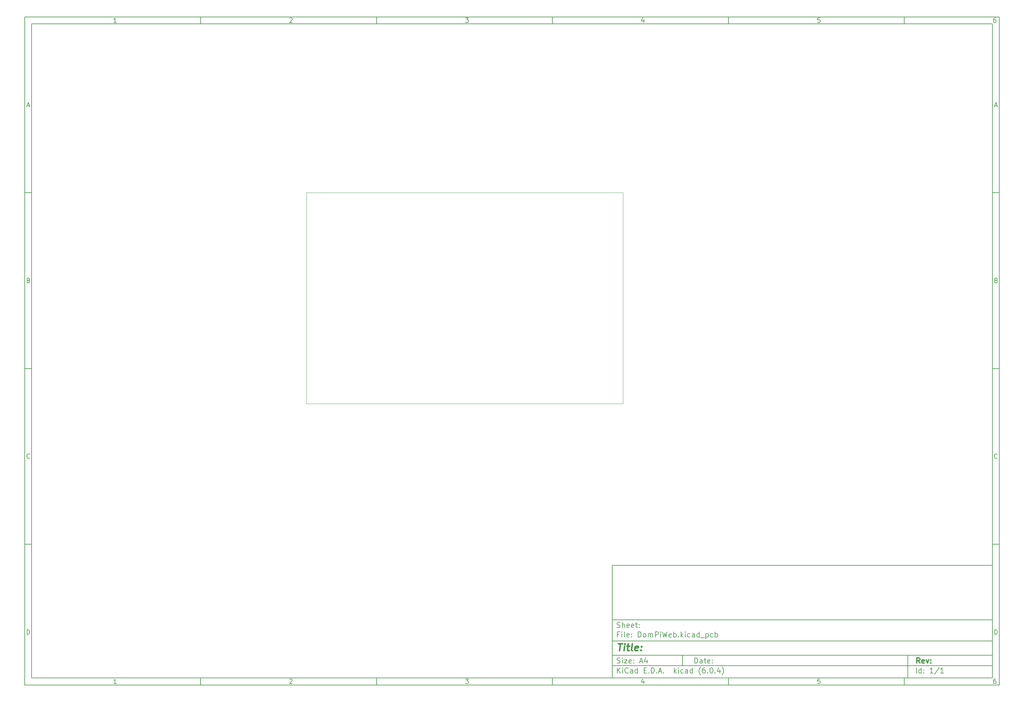
<source format=gbr>
G04 #@! TF.GenerationSoftware,KiCad,Pcbnew,(6.0.4)*
G04 #@! TF.CreationDate,2023-03-24T12:02:35-03:00*
G04 #@! TF.ProjectId,DomPiWeb,446f6d50-6957-4656-922e-6b696361645f,rev?*
G04 #@! TF.SameCoordinates,Original*
G04 #@! TF.FileFunction,Profile,NP*
%FSLAX46Y46*%
G04 Gerber Fmt 4.6, Leading zero omitted, Abs format (unit mm)*
G04 Created by KiCad (PCBNEW (6.0.4)) date 2023-03-24 12:02:35*
%MOMM*%
%LPD*%
G01*
G04 APERTURE LIST*
%ADD10C,0.100000*%
%ADD11C,0.150000*%
%ADD12C,0.300000*%
%ADD13C,0.400000*%
G04 #@! TA.AperFunction,Profile*
%ADD14C,0.100000*%
G04 #@! TD*
G04 APERTURE END LIST*
D10*
D11*
X177002200Y-166007200D02*
X177002200Y-198007200D01*
X285002200Y-198007200D01*
X285002200Y-166007200D01*
X177002200Y-166007200D01*
D10*
D11*
X10000000Y-10000000D02*
X10000000Y-200007200D01*
X287002200Y-200007200D01*
X287002200Y-10000000D01*
X10000000Y-10000000D01*
D10*
D11*
X12000000Y-12000000D02*
X12000000Y-198007200D01*
X285002200Y-198007200D01*
X285002200Y-12000000D01*
X12000000Y-12000000D01*
D10*
D11*
X60000000Y-12000000D02*
X60000000Y-10000000D01*
D10*
D11*
X110000000Y-12000000D02*
X110000000Y-10000000D01*
D10*
D11*
X160000000Y-12000000D02*
X160000000Y-10000000D01*
D10*
D11*
X210000000Y-12000000D02*
X210000000Y-10000000D01*
D10*
D11*
X260000000Y-12000000D02*
X260000000Y-10000000D01*
D10*
D11*
X36065476Y-11588095D02*
X35322619Y-11588095D01*
X35694047Y-11588095D02*
X35694047Y-10288095D01*
X35570238Y-10473809D01*
X35446428Y-10597619D01*
X35322619Y-10659523D01*
D10*
D11*
X85322619Y-10411904D02*
X85384523Y-10350000D01*
X85508333Y-10288095D01*
X85817857Y-10288095D01*
X85941666Y-10350000D01*
X86003571Y-10411904D01*
X86065476Y-10535714D01*
X86065476Y-10659523D01*
X86003571Y-10845238D01*
X85260714Y-11588095D01*
X86065476Y-11588095D01*
D10*
D11*
X135260714Y-10288095D02*
X136065476Y-10288095D01*
X135632142Y-10783333D01*
X135817857Y-10783333D01*
X135941666Y-10845238D01*
X136003571Y-10907142D01*
X136065476Y-11030952D01*
X136065476Y-11340476D01*
X136003571Y-11464285D01*
X135941666Y-11526190D01*
X135817857Y-11588095D01*
X135446428Y-11588095D01*
X135322619Y-11526190D01*
X135260714Y-11464285D01*
D10*
D11*
X185941666Y-10721428D02*
X185941666Y-11588095D01*
X185632142Y-10226190D02*
X185322619Y-11154761D01*
X186127380Y-11154761D01*
D10*
D11*
X236003571Y-10288095D02*
X235384523Y-10288095D01*
X235322619Y-10907142D01*
X235384523Y-10845238D01*
X235508333Y-10783333D01*
X235817857Y-10783333D01*
X235941666Y-10845238D01*
X236003571Y-10907142D01*
X236065476Y-11030952D01*
X236065476Y-11340476D01*
X236003571Y-11464285D01*
X235941666Y-11526190D01*
X235817857Y-11588095D01*
X235508333Y-11588095D01*
X235384523Y-11526190D01*
X235322619Y-11464285D01*
D10*
D11*
X285941666Y-10288095D02*
X285694047Y-10288095D01*
X285570238Y-10350000D01*
X285508333Y-10411904D01*
X285384523Y-10597619D01*
X285322619Y-10845238D01*
X285322619Y-11340476D01*
X285384523Y-11464285D01*
X285446428Y-11526190D01*
X285570238Y-11588095D01*
X285817857Y-11588095D01*
X285941666Y-11526190D01*
X286003571Y-11464285D01*
X286065476Y-11340476D01*
X286065476Y-11030952D01*
X286003571Y-10907142D01*
X285941666Y-10845238D01*
X285817857Y-10783333D01*
X285570238Y-10783333D01*
X285446428Y-10845238D01*
X285384523Y-10907142D01*
X285322619Y-11030952D01*
D10*
D11*
X60000000Y-198007200D02*
X60000000Y-200007200D01*
D10*
D11*
X110000000Y-198007200D02*
X110000000Y-200007200D01*
D10*
D11*
X160000000Y-198007200D02*
X160000000Y-200007200D01*
D10*
D11*
X210000000Y-198007200D02*
X210000000Y-200007200D01*
D10*
D11*
X260000000Y-198007200D02*
X260000000Y-200007200D01*
D10*
D11*
X36065476Y-199595295D02*
X35322619Y-199595295D01*
X35694047Y-199595295D02*
X35694047Y-198295295D01*
X35570238Y-198481009D01*
X35446428Y-198604819D01*
X35322619Y-198666723D01*
D10*
D11*
X85322619Y-198419104D02*
X85384523Y-198357200D01*
X85508333Y-198295295D01*
X85817857Y-198295295D01*
X85941666Y-198357200D01*
X86003571Y-198419104D01*
X86065476Y-198542914D01*
X86065476Y-198666723D01*
X86003571Y-198852438D01*
X85260714Y-199595295D01*
X86065476Y-199595295D01*
D10*
D11*
X135260714Y-198295295D02*
X136065476Y-198295295D01*
X135632142Y-198790533D01*
X135817857Y-198790533D01*
X135941666Y-198852438D01*
X136003571Y-198914342D01*
X136065476Y-199038152D01*
X136065476Y-199347676D01*
X136003571Y-199471485D01*
X135941666Y-199533390D01*
X135817857Y-199595295D01*
X135446428Y-199595295D01*
X135322619Y-199533390D01*
X135260714Y-199471485D01*
D10*
D11*
X185941666Y-198728628D02*
X185941666Y-199595295D01*
X185632142Y-198233390D02*
X185322619Y-199161961D01*
X186127380Y-199161961D01*
D10*
D11*
X236003571Y-198295295D02*
X235384523Y-198295295D01*
X235322619Y-198914342D01*
X235384523Y-198852438D01*
X235508333Y-198790533D01*
X235817857Y-198790533D01*
X235941666Y-198852438D01*
X236003571Y-198914342D01*
X236065476Y-199038152D01*
X236065476Y-199347676D01*
X236003571Y-199471485D01*
X235941666Y-199533390D01*
X235817857Y-199595295D01*
X235508333Y-199595295D01*
X235384523Y-199533390D01*
X235322619Y-199471485D01*
D10*
D11*
X285941666Y-198295295D02*
X285694047Y-198295295D01*
X285570238Y-198357200D01*
X285508333Y-198419104D01*
X285384523Y-198604819D01*
X285322619Y-198852438D01*
X285322619Y-199347676D01*
X285384523Y-199471485D01*
X285446428Y-199533390D01*
X285570238Y-199595295D01*
X285817857Y-199595295D01*
X285941666Y-199533390D01*
X286003571Y-199471485D01*
X286065476Y-199347676D01*
X286065476Y-199038152D01*
X286003571Y-198914342D01*
X285941666Y-198852438D01*
X285817857Y-198790533D01*
X285570238Y-198790533D01*
X285446428Y-198852438D01*
X285384523Y-198914342D01*
X285322619Y-199038152D01*
D10*
D11*
X10000000Y-60000000D02*
X12000000Y-60000000D01*
D10*
D11*
X10000000Y-110000000D02*
X12000000Y-110000000D01*
D10*
D11*
X10000000Y-160000000D02*
X12000000Y-160000000D01*
D10*
D11*
X10690476Y-35216666D02*
X11309523Y-35216666D01*
X10566666Y-35588095D02*
X11000000Y-34288095D01*
X11433333Y-35588095D01*
D10*
D11*
X11092857Y-84907142D02*
X11278571Y-84969047D01*
X11340476Y-85030952D01*
X11402380Y-85154761D01*
X11402380Y-85340476D01*
X11340476Y-85464285D01*
X11278571Y-85526190D01*
X11154761Y-85588095D01*
X10659523Y-85588095D01*
X10659523Y-84288095D01*
X11092857Y-84288095D01*
X11216666Y-84350000D01*
X11278571Y-84411904D01*
X11340476Y-84535714D01*
X11340476Y-84659523D01*
X11278571Y-84783333D01*
X11216666Y-84845238D01*
X11092857Y-84907142D01*
X10659523Y-84907142D01*
D10*
D11*
X11402380Y-135464285D02*
X11340476Y-135526190D01*
X11154761Y-135588095D01*
X11030952Y-135588095D01*
X10845238Y-135526190D01*
X10721428Y-135402380D01*
X10659523Y-135278571D01*
X10597619Y-135030952D01*
X10597619Y-134845238D01*
X10659523Y-134597619D01*
X10721428Y-134473809D01*
X10845238Y-134350000D01*
X11030952Y-134288095D01*
X11154761Y-134288095D01*
X11340476Y-134350000D01*
X11402380Y-134411904D01*
D10*
D11*
X10659523Y-185588095D02*
X10659523Y-184288095D01*
X10969047Y-184288095D01*
X11154761Y-184350000D01*
X11278571Y-184473809D01*
X11340476Y-184597619D01*
X11402380Y-184845238D01*
X11402380Y-185030952D01*
X11340476Y-185278571D01*
X11278571Y-185402380D01*
X11154761Y-185526190D01*
X10969047Y-185588095D01*
X10659523Y-185588095D01*
D10*
D11*
X287002200Y-60000000D02*
X285002200Y-60000000D01*
D10*
D11*
X287002200Y-110000000D02*
X285002200Y-110000000D01*
D10*
D11*
X287002200Y-160000000D02*
X285002200Y-160000000D01*
D10*
D11*
X285692676Y-35216666D02*
X286311723Y-35216666D01*
X285568866Y-35588095D02*
X286002200Y-34288095D01*
X286435533Y-35588095D01*
D10*
D11*
X286095057Y-84907142D02*
X286280771Y-84969047D01*
X286342676Y-85030952D01*
X286404580Y-85154761D01*
X286404580Y-85340476D01*
X286342676Y-85464285D01*
X286280771Y-85526190D01*
X286156961Y-85588095D01*
X285661723Y-85588095D01*
X285661723Y-84288095D01*
X286095057Y-84288095D01*
X286218866Y-84350000D01*
X286280771Y-84411904D01*
X286342676Y-84535714D01*
X286342676Y-84659523D01*
X286280771Y-84783333D01*
X286218866Y-84845238D01*
X286095057Y-84907142D01*
X285661723Y-84907142D01*
D10*
D11*
X286404580Y-135464285D02*
X286342676Y-135526190D01*
X286156961Y-135588095D01*
X286033152Y-135588095D01*
X285847438Y-135526190D01*
X285723628Y-135402380D01*
X285661723Y-135278571D01*
X285599819Y-135030952D01*
X285599819Y-134845238D01*
X285661723Y-134597619D01*
X285723628Y-134473809D01*
X285847438Y-134350000D01*
X286033152Y-134288095D01*
X286156961Y-134288095D01*
X286342676Y-134350000D01*
X286404580Y-134411904D01*
D10*
D11*
X285661723Y-185588095D02*
X285661723Y-184288095D01*
X285971247Y-184288095D01*
X286156961Y-184350000D01*
X286280771Y-184473809D01*
X286342676Y-184597619D01*
X286404580Y-184845238D01*
X286404580Y-185030952D01*
X286342676Y-185278571D01*
X286280771Y-185402380D01*
X286156961Y-185526190D01*
X285971247Y-185588095D01*
X285661723Y-185588095D01*
D10*
D11*
X200434342Y-193785771D02*
X200434342Y-192285771D01*
X200791485Y-192285771D01*
X201005771Y-192357200D01*
X201148628Y-192500057D01*
X201220057Y-192642914D01*
X201291485Y-192928628D01*
X201291485Y-193142914D01*
X201220057Y-193428628D01*
X201148628Y-193571485D01*
X201005771Y-193714342D01*
X200791485Y-193785771D01*
X200434342Y-193785771D01*
X202577200Y-193785771D02*
X202577200Y-193000057D01*
X202505771Y-192857200D01*
X202362914Y-192785771D01*
X202077200Y-192785771D01*
X201934342Y-192857200D01*
X202577200Y-193714342D02*
X202434342Y-193785771D01*
X202077200Y-193785771D01*
X201934342Y-193714342D01*
X201862914Y-193571485D01*
X201862914Y-193428628D01*
X201934342Y-193285771D01*
X202077200Y-193214342D01*
X202434342Y-193214342D01*
X202577200Y-193142914D01*
X203077200Y-192785771D02*
X203648628Y-192785771D01*
X203291485Y-192285771D02*
X203291485Y-193571485D01*
X203362914Y-193714342D01*
X203505771Y-193785771D01*
X203648628Y-193785771D01*
X204720057Y-193714342D02*
X204577200Y-193785771D01*
X204291485Y-193785771D01*
X204148628Y-193714342D01*
X204077200Y-193571485D01*
X204077200Y-193000057D01*
X204148628Y-192857200D01*
X204291485Y-192785771D01*
X204577200Y-192785771D01*
X204720057Y-192857200D01*
X204791485Y-193000057D01*
X204791485Y-193142914D01*
X204077200Y-193285771D01*
X205434342Y-193642914D02*
X205505771Y-193714342D01*
X205434342Y-193785771D01*
X205362914Y-193714342D01*
X205434342Y-193642914D01*
X205434342Y-193785771D01*
X205434342Y-192857200D02*
X205505771Y-192928628D01*
X205434342Y-193000057D01*
X205362914Y-192928628D01*
X205434342Y-192857200D01*
X205434342Y-193000057D01*
D10*
D11*
X177002200Y-194507200D02*
X285002200Y-194507200D01*
D10*
D11*
X178434342Y-196585771D02*
X178434342Y-195085771D01*
X179291485Y-196585771D02*
X178648628Y-195728628D01*
X179291485Y-195085771D02*
X178434342Y-195942914D01*
X179934342Y-196585771D02*
X179934342Y-195585771D01*
X179934342Y-195085771D02*
X179862914Y-195157200D01*
X179934342Y-195228628D01*
X180005771Y-195157200D01*
X179934342Y-195085771D01*
X179934342Y-195228628D01*
X181505771Y-196442914D02*
X181434342Y-196514342D01*
X181220057Y-196585771D01*
X181077200Y-196585771D01*
X180862914Y-196514342D01*
X180720057Y-196371485D01*
X180648628Y-196228628D01*
X180577200Y-195942914D01*
X180577200Y-195728628D01*
X180648628Y-195442914D01*
X180720057Y-195300057D01*
X180862914Y-195157200D01*
X181077200Y-195085771D01*
X181220057Y-195085771D01*
X181434342Y-195157200D01*
X181505771Y-195228628D01*
X182791485Y-196585771D02*
X182791485Y-195800057D01*
X182720057Y-195657200D01*
X182577200Y-195585771D01*
X182291485Y-195585771D01*
X182148628Y-195657200D01*
X182791485Y-196514342D02*
X182648628Y-196585771D01*
X182291485Y-196585771D01*
X182148628Y-196514342D01*
X182077200Y-196371485D01*
X182077200Y-196228628D01*
X182148628Y-196085771D01*
X182291485Y-196014342D01*
X182648628Y-196014342D01*
X182791485Y-195942914D01*
X184148628Y-196585771D02*
X184148628Y-195085771D01*
X184148628Y-196514342D02*
X184005771Y-196585771D01*
X183720057Y-196585771D01*
X183577200Y-196514342D01*
X183505771Y-196442914D01*
X183434342Y-196300057D01*
X183434342Y-195871485D01*
X183505771Y-195728628D01*
X183577200Y-195657200D01*
X183720057Y-195585771D01*
X184005771Y-195585771D01*
X184148628Y-195657200D01*
X186005771Y-195800057D02*
X186505771Y-195800057D01*
X186720057Y-196585771D02*
X186005771Y-196585771D01*
X186005771Y-195085771D01*
X186720057Y-195085771D01*
X187362914Y-196442914D02*
X187434342Y-196514342D01*
X187362914Y-196585771D01*
X187291485Y-196514342D01*
X187362914Y-196442914D01*
X187362914Y-196585771D01*
X188077200Y-196585771D02*
X188077200Y-195085771D01*
X188434342Y-195085771D01*
X188648628Y-195157200D01*
X188791485Y-195300057D01*
X188862914Y-195442914D01*
X188934342Y-195728628D01*
X188934342Y-195942914D01*
X188862914Y-196228628D01*
X188791485Y-196371485D01*
X188648628Y-196514342D01*
X188434342Y-196585771D01*
X188077200Y-196585771D01*
X189577200Y-196442914D02*
X189648628Y-196514342D01*
X189577200Y-196585771D01*
X189505771Y-196514342D01*
X189577200Y-196442914D01*
X189577200Y-196585771D01*
X190220057Y-196157200D02*
X190934342Y-196157200D01*
X190077200Y-196585771D02*
X190577200Y-195085771D01*
X191077200Y-196585771D01*
X191577200Y-196442914D02*
X191648628Y-196514342D01*
X191577200Y-196585771D01*
X191505771Y-196514342D01*
X191577200Y-196442914D01*
X191577200Y-196585771D01*
X194577200Y-196585771D02*
X194577200Y-195085771D01*
X194720057Y-196014342D02*
X195148628Y-196585771D01*
X195148628Y-195585771D02*
X194577200Y-196157200D01*
X195791485Y-196585771D02*
X195791485Y-195585771D01*
X195791485Y-195085771D02*
X195720057Y-195157200D01*
X195791485Y-195228628D01*
X195862914Y-195157200D01*
X195791485Y-195085771D01*
X195791485Y-195228628D01*
X197148628Y-196514342D02*
X197005771Y-196585771D01*
X196720057Y-196585771D01*
X196577200Y-196514342D01*
X196505771Y-196442914D01*
X196434342Y-196300057D01*
X196434342Y-195871485D01*
X196505771Y-195728628D01*
X196577200Y-195657200D01*
X196720057Y-195585771D01*
X197005771Y-195585771D01*
X197148628Y-195657200D01*
X198434342Y-196585771D02*
X198434342Y-195800057D01*
X198362914Y-195657200D01*
X198220057Y-195585771D01*
X197934342Y-195585771D01*
X197791485Y-195657200D01*
X198434342Y-196514342D02*
X198291485Y-196585771D01*
X197934342Y-196585771D01*
X197791485Y-196514342D01*
X197720057Y-196371485D01*
X197720057Y-196228628D01*
X197791485Y-196085771D01*
X197934342Y-196014342D01*
X198291485Y-196014342D01*
X198434342Y-195942914D01*
X199791485Y-196585771D02*
X199791485Y-195085771D01*
X199791485Y-196514342D02*
X199648628Y-196585771D01*
X199362914Y-196585771D01*
X199220057Y-196514342D01*
X199148628Y-196442914D01*
X199077200Y-196300057D01*
X199077200Y-195871485D01*
X199148628Y-195728628D01*
X199220057Y-195657200D01*
X199362914Y-195585771D01*
X199648628Y-195585771D01*
X199791485Y-195657200D01*
X202077200Y-197157200D02*
X202005771Y-197085771D01*
X201862914Y-196871485D01*
X201791485Y-196728628D01*
X201720057Y-196514342D01*
X201648628Y-196157200D01*
X201648628Y-195871485D01*
X201720057Y-195514342D01*
X201791485Y-195300057D01*
X201862914Y-195157200D01*
X202005771Y-194942914D01*
X202077200Y-194871485D01*
X203291485Y-195085771D02*
X203005771Y-195085771D01*
X202862914Y-195157200D01*
X202791485Y-195228628D01*
X202648628Y-195442914D01*
X202577200Y-195728628D01*
X202577200Y-196300057D01*
X202648628Y-196442914D01*
X202720057Y-196514342D01*
X202862914Y-196585771D01*
X203148628Y-196585771D01*
X203291485Y-196514342D01*
X203362914Y-196442914D01*
X203434342Y-196300057D01*
X203434342Y-195942914D01*
X203362914Y-195800057D01*
X203291485Y-195728628D01*
X203148628Y-195657200D01*
X202862914Y-195657200D01*
X202720057Y-195728628D01*
X202648628Y-195800057D01*
X202577200Y-195942914D01*
X204077200Y-196442914D02*
X204148628Y-196514342D01*
X204077200Y-196585771D01*
X204005771Y-196514342D01*
X204077200Y-196442914D01*
X204077200Y-196585771D01*
X205077200Y-195085771D02*
X205220057Y-195085771D01*
X205362914Y-195157200D01*
X205434342Y-195228628D01*
X205505771Y-195371485D01*
X205577200Y-195657200D01*
X205577200Y-196014342D01*
X205505771Y-196300057D01*
X205434342Y-196442914D01*
X205362914Y-196514342D01*
X205220057Y-196585771D01*
X205077200Y-196585771D01*
X204934342Y-196514342D01*
X204862914Y-196442914D01*
X204791485Y-196300057D01*
X204720057Y-196014342D01*
X204720057Y-195657200D01*
X204791485Y-195371485D01*
X204862914Y-195228628D01*
X204934342Y-195157200D01*
X205077200Y-195085771D01*
X206220057Y-196442914D02*
X206291485Y-196514342D01*
X206220057Y-196585771D01*
X206148628Y-196514342D01*
X206220057Y-196442914D01*
X206220057Y-196585771D01*
X207577200Y-195585771D02*
X207577200Y-196585771D01*
X207220057Y-195014342D02*
X206862914Y-196085771D01*
X207791485Y-196085771D01*
X208220057Y-197157200D02*
X208291485Y-197085771D01*
X208434342Y-196871485D01*
X208505771Y-196728628D01*
X208577200Y-196514342D01*
X208648628Y-196157200D01*
X208648628Y-195871485D01*
X208577200Y-195514342D01*
X208505771Y-195300057D01*
X208434342Y-195157200D01*
X208291485Y-194942914D01*
X208220057Y-194871485D01*
D10*
D11*
X177002200Y-191507200D02*
X285002200Y-191507200D01*
D10*
D12*
X264411485Y-193785771D02*
X263911485Y-193071485D01*
X263554342Y-193785771D02*
X263554342Y-192285771D01*
X264125771Y-192285771D01*
X264268628Y-192357200D01*
X264340057Y-192428628D01*
X264411485Y-192571485D01*
X264411485Y-192785771D01*
X264340057Y-192928628D01*
X264268628Y-193000057D01*
X264125771Y-193071485D01*
X263554342Y-193071485D01*
X265625771Y-193714342D02*
X265482914Y-193785771D01*
X265197200Y-193785771D01*
X265054342Y-193714342D01*
X264982914Y-193571485D01*
X264982914Y-193000057D01*
X265054342Y-192857200D01*
X265197200Y-192785771D01*
X265482914Y-192785771D01*
X265625771Y-192857200D01*
X265697200Y-193000057D01*
X265697200Y-193142914D01*
X264982914Y-193285771D01*
X266197200Y-192785771D02*
X266554342Y-193785771D01*
X266911485Y-192785771D01*
X267482914Y-193642914D02*
X267554342Y-193714342D01*
X267482914Y-193785771D01*
X267411485Y-193714342D01*
X267482914Y-193642914D01*
X267482914Y-193785771D01*
X267482914Y-192857200D02*
X267554342Y-192928628D01*
X267482914Y-193000057D01*
X267411485Y-192928628D01*
X267482914Y-192857200D01*
X267482914Y-193000057D01*
D10*
D11*
X178362914Y-193714342D02*
X178577200Y-193785771D01*
X178934342Y-193785771D01*
X179077200Y-193714342D01*
X179148628Y-193642914D01*
X179220057Y-193500057D01*
X179220057Y-193357200D01*
X179148628Y-193214342D01*
X179077200Y-193142914D01*
X178934342Y-193071485D01*
X178648628Y-193000057D01*
X178505771Y-192928628D01*
X178434342Y-192857200D01*
X178362914Y-192714342D01*
X178362914Y-192571485D01*
X178434342Y-192428628D01*
X178505771Y-192357200D01*
X178648628Y-192285771D01*
X179005771Y-192285771D01*
X179220057Y-192357200D01*
X179862914Y-193785771D02*
X179862914Y-192785771D01*
X179862914Y-192285771D02*
X179791485Y-192357200D01*
X179862914Y-192428628D01*
X179934342Y-192357200D01*
X179862914Y-192285771D01*
X179862914Y-192428628D01*
X180434342Y-192785771D02*
X181220057Y-192785771D01*
X180434342Y-193785771D01*
X181220057Y-193785771D01*
X182362914Y-193714342D02*
X182220057Y-193785771D01*
X181934342Y-193785771D01*
X181791485Y-193714342D01*
X181720057Y-193571485D01*
X181720057Y-193000057D01*
X181791485Y-192857200D01*
X181934342Y-192785771D01*
X182220057Y-192785771D01*
X182362914Y-192857200D01*
X182434342Y-193000057D01*
X182434342Y-193142914D01*
X181720057Y-193285771D01*
X183077200Y-193642914D02*
X183148628Y-193714342D01*
X183077200Y-193785771D01*
X183005771Y-193714342D01*
X183077200Y-193642914D01*
X183077200Y-193785771D01*
X183077200Y-192857200D02*
X183148628Y-192928628D01*
X183077200Y-193000057D01*
X183005771Y-192928628D01*
X183077200Y-192857200D01*
X183077200Y-193000057D01*
X184862914Y-193357200D02*
X185577200Y-193357200D01*
X184720057Y-193785771D02*
X185220057Y-192285771D01*
X185720057Y-193785771D01*
X186862914Y-192785771D02*
X186862914Y-193785771D01*
X186505771Y-192214342D02*
X186148628Y-193285771D01*
X187077200Y-193285771D01*
D10*
D11*
X263434342Y-196585771D02*
X263434342Y-195085771D01*
X264791485Y-196585771D02*
X264791485Y-195085771D01*
X264791485Y-196514342D02*
X264648628Y-196585771D01*
X264362914Y-196585771D01*
X264220057Y-196514342D01*
X264148628Y-196442914D01*
X264077200Y-196300057D01*
X264077200Y-195871485D01*
X264148628Y-195728628D01*
X264220057Y-195657200D01*
X264362914Y-195585771D01*
X264648628Y-195585771D01*
X264791485Y-195657200D01*
X265505771Y-196442914D02*
X265577200Y-196514342D01*
X265505771Y-196585771D01*
X265434342Y-196514342D01*
X265505771Y-196442914D01*
X265505771Y-196585771D01*
X265505771Y-195657200D02*
X265577200Y-195728628D01*
X265505771Y-195800057D01*
X265434342Y-195728628D01*
X265505771Y-195657200D01*
X265505771Y-195800057D01*
X268148628Y-196585771D02*
X267291485Y-196585771D01*
X267720057Y-196585771D02*
X267720057Y-195085771D01*
X267577200Y-195300057D01*
X267434342Y-195442914D01*
X267291485Y-195514342D01*
X269862914Y-195014342D02*
X268577200Y-196942914D01*
X271148628Y-196585771D02*
X270291485Y-196585771D01*
X270720057Y-196585771D02*
X270720057Y-195085771D01*
X270577200Y-195300057D01*
X270434342Y-195442914D01*
X270291485Y-195514342D01*
D10*
D11*
X177002200Y-187507200D02*
X285002200Y-187507200D01*
D10*
D13*
X178714580Y-188211961D02*
X179857438Y-188211961D01*
X179036009Y-190211961D02*
X179286009Y-188211961D01*
X180274104Y-190211961D02*
X180440771Y-188878628D01*
X180524104Y-188211961D02*
X180416961Y-188307200D01*
X180500295Y-188402438D01*
X180607438Y-188307200D01*
X180524104Y-188211961D01*
X180500295Y-188402438D01*
X181107438Y-188878628D02*
X181869342Y-188878628D01*
X181476485Y-188211961D02*
X181262200Y-189926247D01*
X181333628Y-190116723D01*
X181512200Y-190211961D01*
X181702676Y-190211961D01*
X182655057Y-190211961D02*
X182476485Y-190116723D01*
X182405057Y-189926247D01*
X182619342Y-188211961D01*
X184190771Y-190116723D02*
X183988390Y-190211961D01*
X183607438Y-190211961D01*
X183428866Y-190116723D01*
X183357438Y-189926247D01*
X183452676Y-189164342D01*
X183571723Y-188973866D01*
X183774104Y-188878628D01*
X184155057Y-188878628D01*
X184333628Y-188973866D01*
X184405057Y-189164342D01*
X184381247Y-189354819D01*
X183405057Y-189545295D01*
X185155057Y-190021485D02*
X185238390Y-190116723D01*
X185131247Y-190211961D01*
X185047914Y-190116723D01*
X185155057Y-190021485D01*
X185131247Y-190211961D01*
X185286009Y-188973866D02*
X185369342Y-189069104D01*
X185262200Y-189164342D01*
X185178866Y-189069104D01*
X185286009Y-188973866D01*
X185262200Y-189164342D01*
D10*
D11*
X178934342Y-185600057D02*
X178434342Y-185600057D01*
X178434342Y-186385771D02*
X178434342Y-184885771D01*
X179148628Y-184885771D01*
X179720057Y-186385771D02*
X179720057Y-185385771D01*
X179720057Y-184885771D02*
X179648628Y-184957200D01*
X179720057Y-185028628D01*
X179791485Y-184957200D01*
X179720057Y-184885771D01*
X179720057Y-185028628D01*
X180648628Y-186385771D02*
X180505771Y-186314342D01*
X180434342Y-186171485D01*
X180434342Y-184885771D01*
X181791485Y-186314342D02*
X181648628Y-186385771D01*
X181362914Y-186385771D01*
X181220057Y-186314342D01*
X181148628Y-186171485D01*
X181148628Y-185600057D01*
X181220057Y-185457200D01*
X181362914Y-185385771D01*
X181648628Y-185385771D01*
X181791485Y-185457200D01*
X181862914Y-185600057D01*
X181862914Y-185742914D01*
X181148628Y-185885771D01*
X182505771Y-186242914D02*
X182577200Y-186314342D01*
X182505771Y-186385771D01*
X182434342Y-186314342D01*
X182505771Y-186242914D01*
X182505771Y-186385771D01*
X182505771Y-185457200D02*
X182577200Y-185528628D01*
X182505771Y-185600057D01*
X182434342Y-185528628D01*
X182505771Y-185457200D01*
X182505771Y-185600057D01*
X184362914Y-186385771D02*
X184362914Y-184885771D01*
X184720057Y-184885771D01*
X184934342Y-184957200D01*
X185077200Y-185100057D01*
X185148628Y-185242914D01*
X185220057Y-185528628D01*
X185220057Y-185742914D01*
X185148628Y-186028628D01*
X185077200Y-186171485D01*
X184934342Y-186314342D01*
X184720057Y-186385771D01*
X184362914Y-186385771D01*
X186077200Y-186385771D02*
X185934342Y-186314342D01*
X185862914Y-186242914D01*
X185791485Y-186100057D01*
X185791485Y-185671485D01*
X185862914Y-185528628D01*
X185934342Y-185457200D01*
X186077200Y-185385771D01*
X186291485Y-185385771D01*
X186434342Y-185457200D01*
X186505771Y-185528628D01*
X186577200Y-185671485D01*
X186577200Y-186100057D01*
X186505771Y-186242914D01*
X186434342Y-186314342D01*
X186291485Y-186385771D01*
X186077200Y-186385771D01*
X187220057Y-186385771D02*
X187220057Y-185385771D01*
X187220057Y-185528628D02*
X187291485Y-185457200D01*
X187434342Y-185385771D01*
X187648628Y-185385771D01*
X187791485Y-185457200D01*
X187862914Y-185600057D01*
X187862914Y-186385771D01*
X187862914Y-185600057D02*
X187934342Y-185457200D01*
X188077200Y-185385771D01*
X188291485Y-185385771D01*
X188434342Y-185457200D01*
X188505771Y-185600057D01*
X188505771Y-186385771D01*
X189220057Y-186385771D02*
X189220057Y-184885771D01*
X189791485Y-184885771D01*
X189934342Y-184957200D01*
X190005771Y-185028628D01*
X190077200Y-185171485D01*
X190077200Y-185385771D01*
X190005771Y-185528628D01*
X189934342Y-185600057D01*
X189791485Y-185671485D01*
X189220057Y-185671485D01*
X190720057Y-186385771D02*
X190720057Y-185385771D01*
X190720057Y-184885771D02*
X190648628Y-184957200D01*
X190720057Y-185028628D01*
X190791485Y-184957200D01*
X190720057Y-184885771D01*
X190720057Y-185028628D01*
X191291485Y-184885771D02*
X191648628Y-186385771D01*
X191934342Y-185314342D01*
X192220057Y-186385771D01*
X192577200Y-184885771D01*
X193720057Y-186314342D02*
X193577200Y-186385771D01*
X193291485Y-186385771D01*
X193148628Y-186314342D01*
X193077200Y-186171485D01*
X193077200Y-185600057D01*
X193148628Y-185457200D01*
X193291485Y-185385771D01*
X193577200Y-185385771D01*
X193720057Y-185457200D01*
X193791485Y-185600057D01*
X193791485Y-185742914D01*
X193077200Y-185885771D01*
X194434342Y-186385771D02*
X194434342Y-184885771D01*
X194434342Y-185457200D02*
X194577200Y-185385771D01*
X194862914Y-185385771D01*
X195005771Y-185457200D01*
X195077200Y-185528628D01*
X195148628Y-185671485D01*
X195148628Y-186100057D01*
X195077200Y-186242914D01*
X195005771Y-186314342D01*
X194862914Y-186385771D01*
X194577200Y-186385771D01*
X194434342Y-186314342D01*
X195791485Y-186242914D02*
X195862914Y-186314342D01*
X195791485Y-186385771D01*
X195720057Y-186314342D01*
X195791485Y-186242914D01*
X195791485Y-186385771D01*
X196505771Y-186385771D02*
X196505771Y-184885771D01*
X196648628Y-185814342D02*
X197077200Y-186385771D01*
X197077200Y-185385771D02*
X196505771Y-185957200D01*
X197720057Y-186385771D02*
X197720057Y-185385771D01*
X197720057Y-184885771D02*
X197648628Y-184957200D01*
X197720057Y-185028628D01*
X197791485Y-184957200D01*
X197720057Y-184885771D01*
X197720057Y-185028628D01*
X199077200Y-186314342D02*
X198934342Y-186385771D01*
X198648628Y-186385771D01*
X198505771Y-186314342D01*
X198434342Y-186242914D01*
X198362914Y-186100057D01*
X198362914Y-185671485D01*
X198434342Y-185528628D01*
X198505771Y-185457200D01*
X198648628Y-185385771D01*
X198934342Y-185385771D01*
X199077200Y-185457200D01*
X200362914Y-186385771D02*
X200362914Y-185600057D01*
X200291485Y-185457200D01*
X200148628Y-185385771D01*
X199862914Y-185385771D01*
X199720057Y-185457200D01*
X200362914Y-186314342D02*
X200220057Y-186385771D01*
X199862914Y-186385771D01*
X199720057Y-186314342D01*
X199648628Y-186171485D01*
X199648628Y-186028628D01*
X199720057Y-185885771D01*
X199862914Y-185814342D01*
X200220057Y-185814342D01*
X200362914Y-185742914D01*
X201720057Y-186385771D02*
X201720057Y-184885771D01*
X201720057Y-186314342D02*
X201577200Y-186385771D01*
X201291485Y-186385771D01*
X201148628Y-186314342D01*
X201077200Y-186242914D01*
X201005771Y-186100057D01*
X201005771Y-185671485D01*
X201077200Y-185528628D01*
X201148628Y-185457200D01*
X201291485Y-185385771D01*
X201577200Y-185385771D01*
X201720057Y-185457200D01*
X202077200Y-186528628D02*
X203220057Y-186528628D01*
X203577200Y-185385771D02*
X203577200Y-186885771D01*
X203577200Y-185457200D02*
X203720057Y-185385771D01*
X204005771Y-185385771D01*
X204148628Y-185457200D01*
X204220057Y-185528628D01*
X204291485Y-185671485D01*
X204291485Y-186100057D01*
X204220057Y-186242914D01*
X204148628Y-186314342D01*
X204005771Y-186385771D01*
X203720057Y-186385771D01*
X203577200Y-186314342D01*
X205577200Y-186314342D02*
X205434342Y-186385771D01*
X205148628Y-186385771D01*
X205005771Y-186314342D01*
X204934342Y-186242914D01*
X204862914Y-186100057D01*
X204862914Y-185671485D01*
X204934342Y-185528628D01*
X205005771Y-185457200D01*
X205148628Y-185385771D01*
X205434342Y-185385771D01*
X205577200Y-185457200D01*
X206220057Y-186385771D02*
X206220057Y-184885771D01*
X206220057Y-185457200D02*
X206362914Y-185385771D01*
X206648628Y-185385771D01*
X206791485Y-185457200D01*
X206862914Y-185528628D01*
X206934342Y-185671485D01*
X206934342Y-186100057D01*
X206862914Y-186242914D01*
X206791485Y-186314342D01*
X206648628Y-186385771D01*
X206362914Y-186385771D01*
X206220057Y-186314342D01*
D10*
D11*
X177002200Y-181507200D02*
X285002200Y-181507200D01*
D10*
D11*
X178362914Y-183614342D02*
X178577200Y-183685771D01*
X178934342Y-183685771D01*
X179077200Y-183614342D01*
X179148628Y-183542914D01*
X179220057Y-183400057D01*
X179220057Y-183257200D01*
X179148628Y-183114342D01*
X179077200Y-183042914D01*
X178934342Y-182971485D01*
X178648628Y-182900057D01*
X178505771Y-182828628D01*
X178434342Y-182757200D01*
X178362914Y-182614342D01*
X178362914Y-182471485D01*
X178434342Y-182328628D01*
X178505771Y-182257200D01*
X178648628Y-182185771D01*
X179005771Y-182185771D01*
X179220057Y-182257200D01*
X179862914Y-183685771D02*
X179862914Y-182185771D01*
X180505771Y-183685771D02*
X180505771Y-182900057D01*
X180434342Y-182757200D01*
X180291485Y-182685771D01*
X180077200Y-182685771D01*
X179934342Y-182757200D01*
X179862914Y-182828628D01*
X181791485Y-183614342D02*
X181648628Y-183685771D01*
X181362914Y-183685771D01*
X181220057Y-183614342D01*
X181148628Y-183471485D01*
X181148628Y-182900057D01*
X181220057Y-182757200D01*
X181362914Y-182685771D01*
X181648628Y-182685771D01*
X181791485Y-182757200D01*
X181862914Y-182900057D01*
X181862914Y-183042914D01*
X181148628Y-183185771D01*
X183077200Y-183614342D02*
X182934342Y-183685771D01*
X182648628Y-183685771D01*
X182505771Y-183614342D01*
X182434342Y-183471485D01*
X182434342Y-182900057D01*
X182505771Y-182757200D01*
X182648628Y-182685771D01*
X182934342Y-182685771D01*
X183077200Y-182757200D01*
X183148628Y-182900057D01*
X183148628Y-183042914D01*
X182434342Y-183185771D01*
X183577200Y-182685771D02*
X184148628Y-182685771D01*
X183791485Y-182185771D02*
X183791485Y-183471485D01*
X183862914Y-183614342D01*
X184005771Y-183685771D01*
X184148628Y-183685771D01*
X184648628Y-183542914D02*
X184720057Y-183614342D01*
X184648628Y-183685771D01*
X184577200Y-183614342D01*
X184648628Y-183542914D01*
X184648628Y-183685771D01*
X184648628Y-182757200D02*
X184720057Y-182828628D01*
X184648628Y-182900057D01*
X184577200Y-182828628D01*
X184648628Y-182757200D01*
X184648628Y-182900057D01*
D10*
D12*
D10*
D11*
D10*
D11*
D10*
D11*
D10*
D11*
D10*
D11*
X197002200Y-191507200D02*
X197002200Y-194507200D01*
D10*
D11*
X261002200Y-191507200D02*
X261002200Y-198007200D01*
D14*
X90000000Y-120000000D02*
X90000000Y-60000000D01*
X180000000Y-120000000D02*
X180000000Y-60000000D01*
X180000000Y-120000000D02*
X90000000Y-120000000D01*
X180000000Y-60000000D02*
X90000000Y-60000000D01*
M02*

</source>
